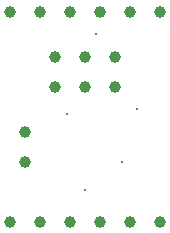
<source format=gbr>
%TF.GenerationSoftware,KiCad,Pcbnew,(5.1.5)-3*%
%TF.CreationDate,2020-03-25T18:08:38+08:00*%
%TF.ProjectId,RH2288_PWM,52483232-3838-45f5-9057-4d2e6b696361,rev?*%
%TF.SameCoordinates,Original*%
%TF.FileFunction,Plated,1,2,PTH,Drill*%
%TF.FilePolarity,Positive*%
%FSLAX46Y46*%
G04 Gerber Fmt 4.6, Leading zero omitted, Abs format (unit mm)*
G04 Created by KiCad (PCBNEW (5.1.5)-3) date 2020-03-25 18:08:38*
%MOMM*%
%LPD*%
G04 APERTURE LIST*
%TA.AperFunction,ViaDrill*%
%ADD10C,0.300000*%
%TD*%
%TA.AperFunction,ComponentDrill*%
%ADD11C,1.000000*%
%TD*%
G04 APERTURE END LIST*
D10*
X150876000Y-98806000D03*
X152400000Y-105253694D03*
X153340000Y-92075000D03*
X155575000Y-102870000D03*
X156845000Y-98425000D03*
D11*
%TO.C,J5*%
X147320000Y-100330000D03*
X147320000Y-102870000D03*
%TO.C,J2*%
X149860000Y-93980000D03*
X149860000Y-96520000D03*
X152400000Y-93980000D03*
X152400000Y-96520000D03*
X154940000Y-93980000D03*
X154940000Y-96520000D03*
%TO.C,J4*%
X146050000Y-107950000D03*
X148590000Y-107950000D03*
X151130000Y-107950000D03*
X153670000Y-107950000D03*
X156210000Y-107950000D03*
X158750000Y-107950000D03*
%TO.C,J3*%
X146050000Y-90170000D03*
X148590000Y-90170000D03*
X151130000Y-90170000D03*
X153670000Y-90170000D03*
X156210000Y-90170000D03*
X158750000Y-90170000D03*
M02*

</source>
